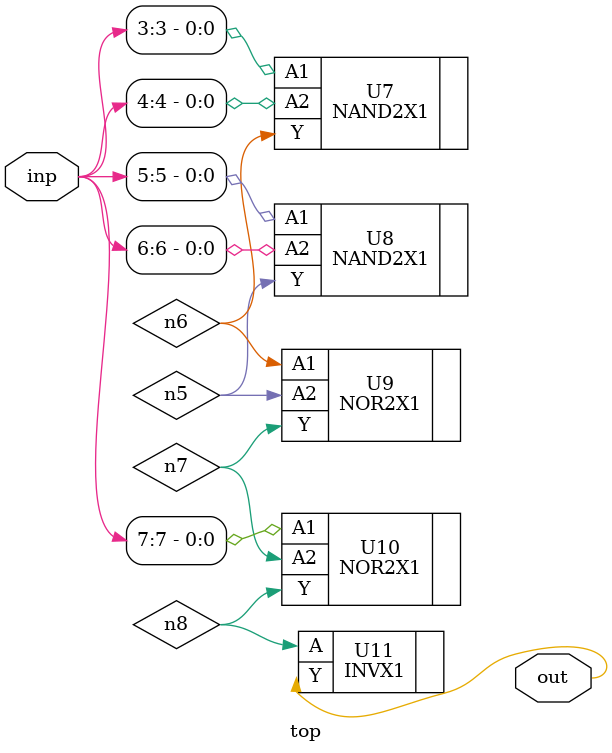
<source format=sv>


module top ( inp, out );
  input [7:0] inp;
  output out;
  wire   n5, n6, n7, n8;

  NAND2X1 U7 ( .A1(inp[3]), .A2(inp[4]), .Y(n6) );
  NAND2X1 U8 ( .A1(inp[5]), .A2(inp[6]), .Y(n5) );
  NOR2X1 U9 ( .A1(n6), .A2(n5), .Y(n7) );
  NOR2X1 U10 ( .A1(inp[7]), .A2(n7), .Y(n8) );
  INVX1 U11 ( .A(n8), .Y(out) );
endmodule


</source>
